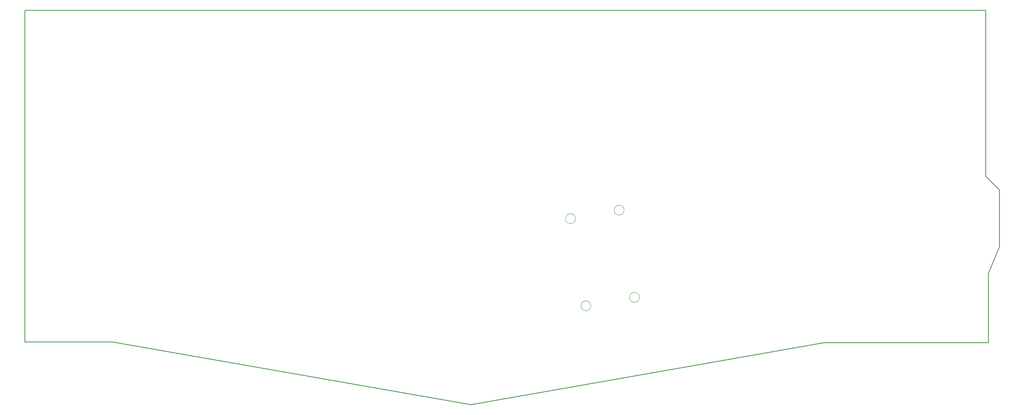
<source format=gbr>
%TF.GenerationSoftware,KiCad,Pcbnew,(5.1.6-0-10_14)*%
%TF.CreationDate,2023-03-04T09:30:33+09:00*%
%TF.ProjectId,C-13XPCB,432d3133-5850-4434-922e-6b696361645f,rev?*%
%TF.SameCoordinates,Original*%
%TF.FileFunction,Profile,NP*%
%FSLAX46Y46*%
G04 Gerber Fmt 4.6, Leading zero omitted, Abs format (unit mm)*
G04 Created by KiCad (PCBNEW (5.1.6-0-10_14)) date 2023-03-04 09:30:33*
%MOMM*%
%LPD*%
G01*
G04 APERTURE LIST*
%TA.AperFunction,Profile*%
%ADD10C,0.150000*%
%TD*%
%TA.AperFunction,Profile*%
%ADD11C,0.100000*%
%TD*%
G04 APERTURE END LIST*
D10*
X54370000Y-19860000D02*
X35030000Y-19860000D01*
X35030000Y53590000D02*
X247470000Y53590000D01*
D11*
X160210000Y-11840000D02*
G75*
G03*
X160210000Y-11840000I-1100000J0D01*
G01*
D10*
X250540000Y13810000D02*
X250540000Y1260000D01*
X247470000Y16880000D02*
X250540000Y13810000D01*
X250540000Y1260000D02*
X248080000Y-4660000D01*
D11*
X170950000Y-9940000D02*
G75*
G03*
X170950000Y-9940000I-1100000J0D01*
G01*
D10*
X247470000Y53590000D02*
X247470000Y16880000D01*
X248080000Y-19990000D02*
X211770000Y-19990000D01*
X35030000Y-19860000D02*
X35030000Y53590000D01*
X211770000Y-19990000D02*
X133680000Y-33730000D01*
X248080000Y-4660000D02*
X248080000Y-19990000D01*
X133680000Y-33730000D02*
X54370000Y-19860000D01*
D11*
X167550000Y9360000D02*
G75*
G03*
X167550000Y9360000I-1100000J0D01*
G01*
X156810000Y7470000D02*
G75*
G03*
X156810000Y7470000I-1100000J0D01*
G01*
M02*

</source>
